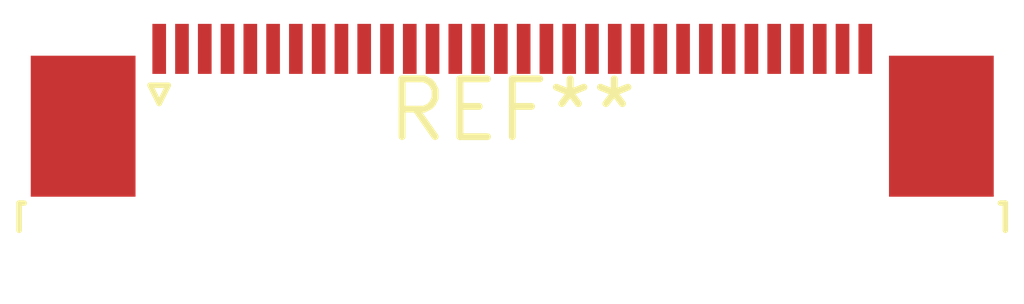
<source format=kicad_pcb>
(kicad_pcb (version 20240108) (generator pcbnew)
  (layers (0 "F.Cu" signal) (31 "B.Cu" signal) (34 "B.Paste" user) (35 "F.Paste" user) (36 "B.SilkS" user "B.Silkscreen") (37 "F.SilkS" user "F.Silkscreen") (38 "B.Mask" user) (39 "F.Mask" user) (44 "Edge.Cuts" user))
  (net 0 "")
  (footprint "TE_3-1734839-2_1x32-1MP_P0.5mm_Horizontal" (layer "F.Cu") (at 0 0)
    (property "Reference" "REF**")
    (property "Value" "PCB Edge")
    (fp_line (start -10.825 2.04) (end -10.825 2.64) (layer "F.SilkS") (stroke (width 0.12)))
    (fp_line (start -10.715 2.04) (end -10.825 2.04) (layer "F.SilkS") (stroke (width 0.12)))
    (fp_line (start -7.95 -0.55) (end -7.75 -0.15) (layer "F.SilkS") (stroke (width 0.12)))
    (fp_line (start -7.75 -0.15) (end -7.55 -0.55) (layer "F.SilkS") (stroke (width 0.12)))
    (fp_line (start -7.55 -0.55) (end -7.95 -0.55) (layer "F.SilkS") (stroke (width 0.12)))
    (fp_line (start 10.715 2.04) (end 10.825 2.04) (layer "F.SilkS") (stroke (width 0.12)))
    (fp_line (start 10.825 2.04) (end 10.825 2.64) (layer "F.SilkS") (stroke (width 0.12)))
    (pad "1" smd rect (at -7.75 -1.35) (size 0.3 1.1) (layers "F.Cu" "F.Paste" "F.Mask"))
    (pad "2" smd rect (at -7.25 -1.35) (size 0.3 1.1) (layers "F.Cu" "F.Paste" "F.Mask"))
    (pad "3" smd rect (at -6.75 -1.35) (size 0.3 1.1) (layers "F.Cu" "F.Paste" "F.Mask"))
    (pad "4" smd rect (at -6.25 -1.35) (size 0.3 1.1) (layers "F.Cu" "F.Paste" "F.Mask"))
    (pad "5" smd rect (at -5.75 -1.35) (size 0.3 1.1) (layers "F.Cu" "F.Paste" "F.Mask"))
    (pad "6" smd rect (at -5.25 -1.35) (size 0.3 1.1) (layers "F.Cu" "F.Paste" "F.Mask"))
    (pad "7" smd rect (at -4.75 -1.35) (size 0.3 1.1) (layers "F.Cu" "F.Paste" "F.Mask"))
    (pad "8" smd rect (at -4.25 -1.35) (size 0.3 1.1) (layers "F.Cu" "F.Paste" "F.Mask"))
    (pad "9" smd rect (at -3.75 -1.35) (size 0.3 1.1) (layers "F.Cu" "F.Paste" "F.Mask"))
    (pad "10" smd rect (at -3.25 -1.35) (size 0.3 1.1) (layers "F.Cu" "F.Paste" "F.Mask"))
    (pad "11" smd rect (at -2.75 -1.35) (size 0.3 1.1) (layers "F.Cu" "F.Paste" "F.Mask"))
    (pad "12" smd rect (at -2.25 -1.35) (size 0.3 1.1) (layers "F.Cu" "F.Paste" "F.Mask"))
    (pad "13" smd rect (at -1.75 -1.35) (size 0.3 1.1) (layers "F.Cu" "F.Paste" "F.Mask"))
    (pad "14" smd rect (at -1.25 -1.35) (size 0.3 1.1) (layers "F.Cu" "F.Paste" "F.Mask"))
    (pad "15" smd rect (at -0.75 -1.35) (size 0.3 1.1) (layers "F.Cu" "F.Paste" "F.Mask"))
    (pad "16" smd rect (at -0.25 -1.35) (size 0.3 1.1) (layers "F.Cu" "F.Paste" "F.Mask"))
    (pad "17" smd rect (at 0.25 -1.35) (size 0.3 1.1) (layers "F.Cu" "F.Paste" "F.Mask"))
    (pad "18" smd rect (at 0.75 -1.35) (size 0.3 1.1) (layers "F.Cu" "F.Paste" "F.Mask"))
    (pad "19" smd rect (at 1.25 -1.35) (size 0.3 1.1) (layers "F.Cu" "F.Paste" "F.Mask"))
    (pad "20" smd rect (at 1.75 -1.35) (size 0.3 1.1) (layers "F.Cu" "F.Paste" "F.Mask"))
    (pad "21" smd rect (at 2.25 -1.35) (size 0.3 1.1) (layers "F.Cu" "F.Paste" "F.Mask"))
    (pad "22" smd rect (at 2.75 -1.35) (size 0.3 1.1) (layers "F.Cu" "F.Paste" "F.Mask"))
    (pad "23" smd rect (at 3.25 -1.35) (size 0.3 1.1) (layers "F.Cu" "F.Paste" "F.Mask"))
    (pad "24" smd rect (at 3.75 -1.35) (size 0.3 1.1) (layers "F.Cu" "F.Paste" "F.Mask"))
    (pad "25" smd rect (at 4.25 -1.35) (size 0.3 1.1) (layers "F.Cu" "F.Paste" "F.Mask"))
    (pad "26" smd rect (at 4.75 -1.35) (size 0.3 1.1) (layers "F.Cu" "F.Paste" "F.Mask"))
    (pad "27" smd rect (at 5.25 -1.35) (size 0.3 1.1) (layers "F.Cu" "F.Paste" "F.Mask"))
    (pad "28" smd rect (at 5.75 -1.35) (size 0.3 1.1) (layers "F.Cu" "F.Paste" "F.Mask"))
    (pad "29" smd rect (at 6.25 -1.35) (size 0.3 1.1) (layers "F.Cu" "F.Paste" "F.Mask"))
    (pad "30" smd rect (at 6.75 -1.35) (size 0.3 1.1) (layers "F.Cu" "F.Paste" "F.Mask"))
    (pad "31" smd rect (at 7.25 -1.35) (size 0.3 1.1) (layers "F.Cu" "F.Paste" "F.Mask"))
    (pad "32" smd rect (at 7.75 -1.35) (size 0.3 1.1) (layers "F.Cu" "F.Paste" "F.Mask"))
    (pad "MP" smd rect (at -9.42 0.35) (size 2.3 3.1) (layers "F.Cu" "F.Paste" "F.Mask"))
    (pad "MP" smd rect (at 9.42 0.35) (size 2.3 3.1) (layers "F.Cu" "F.Paste" "F.Mask"))
  )
)
</source>
